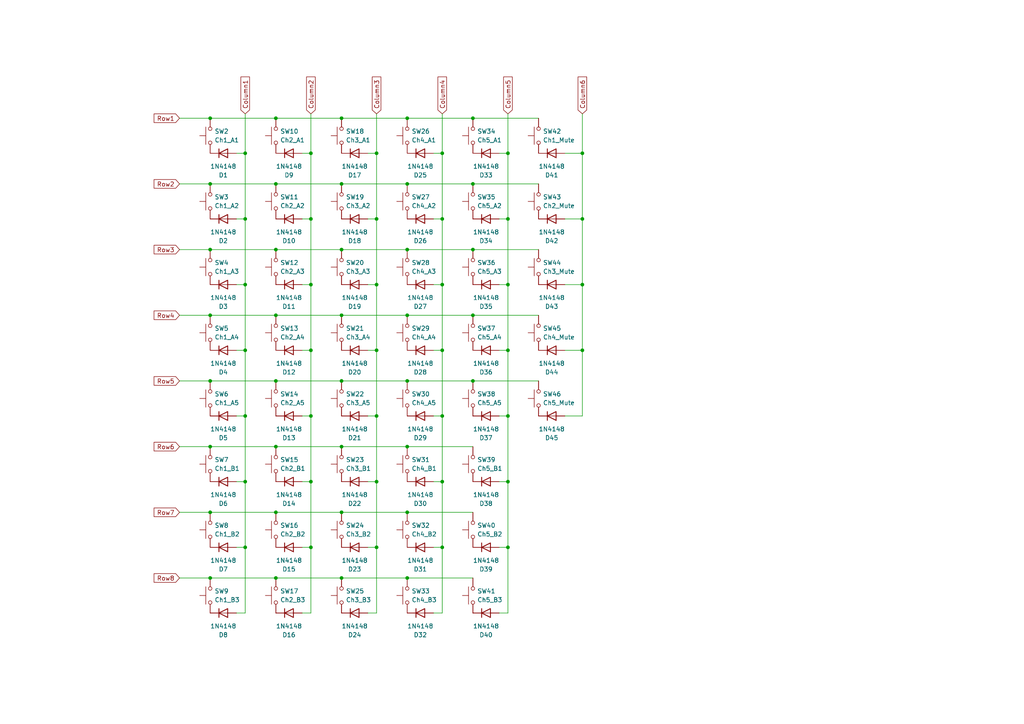
<source format=kicad_sch>
(kicad_sch (version 20231120) (generator "eeschema") (generator_version "8.0")
  (paper "A4")
  (lib_symbols
    (symbol "Diode:1N4148" (pin_numbers hide) (pin_names hide)
      (property "Reference" "D" (at 0 2.54 0))
      (property "Value" "1N4148" (at 0 -2.54 0))
      (symbol "1N4148_0_1"
        (polyline (pts (xy -1.27 1.27) (xy -1.27 -1.27)) (stroke (width 0.254)))
        (polyline (pts (xy 1.27 0) (xy -1.27 0)))
        (polyline (pts (xy 1.27 1.27) (xy 1.27 -1.27) (xy -1.27 0) (xy 1.27 1.27)) (stroke (width 0.254)))
      )
      (symbol "1N4148_1_1"
        (pin passive line (at -3.81 0 0) (length 2.54) (name "K") (number "1"))
        (pin passive line (at 3.81 0 180) (length 2.54) (name "A") (number "2"))
      )
    )
    (symbol "Switch:SW_Push" (pin_numbers hide) (pin_names (offset 1.016) hide)
      (property "Reference" "SW" (at 1.27 2.54 0))
      (property "Value" "SW_Push" (at 0 -1.524 0))
      (symbol "SW_Push_0_1"
        (circle (center -2.032 0) (radius 0.508))
        (polyline (pts (xy 0 1.27) (xy 0 3.048)))
        (polyline (pts (xy 2.54 1.27) (xy -2.54 1.27)))
        (circle (center 2.032 0) (radius 0.508))
        (pin passive line (at -5.08 0 0) (length 2.54) (name "1") (number "1"))
        (pin passive line (at 5.08 0 180) (length 2.54) (name "2") (number "2"))
      )
    )
  )
  (junction (at 118.11 72.39))
  (junction (at 128.27 158.75))
  (junction (at 90.17 139.7))
  (junction (at 109.22 44.45))
  (junction (at 118.11 91.44))
  (junction (at 128.27 120.65))
  (junction (at 109.22 120.65))
  (junction (at 147.32 158.75))
  (junction (at 90.17 120.65))
  (junction (at 99.06 148.59))
  (junction (at 60.96 34.29))
  (junction (at 147.32 120.65))
  (junction (at 71.12 139.7))
  (junction (at 137.16 34.29))
  (junction (at 118.11 110.49))
  (junction (at 71.12 158.75))
  (junction (at 60.96 148.59))
  (junction (at 128.27 82.55))
  (junction (at 90.17 82.55))
  (junction (at 80.01 129.54))
  (junction (at 60.96 72.39))
  (junction (at 90.17 63.5))
  (junction (at 118.11 148.59))
  (junction (at 137.16 72.39))
  (junction (at 60.96 167.64))
  (junction (at 99.06 167.64))
  (junction (at 90.17 44.45))
  (junction (at 168.91 82.55))
  (junction (at 128.27 139.7))
  (junction (at 99.06 53.34))
  (junction (at 71.12 101.6))
  (junction (at 118.11 129.54))
  (junction (at 60.96 129.54))
  (junction (at 90.17 101.6))
  (junction (at 71.12 44.45))
  (junction (at 80.01 53.34))
  (junction (at 147.32 63.5))
  (junction (at 80.01 91.44))
  (junction (at 99.06 129.54))
  (junction (at 128.27 44.45))
  (junction (at 147.32 101.6))
  (junction (at 71.12 120.65))
  (junction (at 90.17 158.75))
  (junction (at 147.32 139.7))
  (junction (at 60.96 110.49))
  (junction (at 118.11 53.34))
  (junction (at 71.12 63.5))
  (junction (at 109.22 82.55))
  (junction (at 60.96 91.44))
  (junction (at 99.06 34.29))
  (junction (at 147.32 44.45))
  (junction (at 99.06 72.39))
  (junction (at 99.06 91.44))
  (junction (at 99.06 110.49))
  (junction (at 80.01 148.59))
  (junction (at 118.11 34.29))
  (junction (at 168.91 44.45))
  (junction (at 137.16 53.34))
  (junction (at 109.22 158.75))
  (junction (at 80.01 167.64))
  (junction (at 80.01 34.29))
  (junction (at 168.91 101.6))
  (junction (at 137.16 110.49))
  (junction (at 137.16 91.44))
  (junction (at 71.12 82.55))
  (junction (at 118.11 167.64))
  (junction (at 109.22 101.6))
  (junction (at 80.01 110.49))
  (junction (at 128.27 101.6))
  (junction (at 109.22 63.5))
  (junction (at 128.27 63.5))
  (junction (at 60.96 53.34))
  (junction (at 80.01 72.39))
  (junction (at 168.91 63.5))
  (junction (at 109.22 139.7))
  (junction (at 147.32 82.55))
  (wire (pts (xy 52.07 110.49) (xy 60.96 110.49)))
  (wire (pts (xy 163.83 101.6) (xy 168.91 101.6)))
  (wire (pts (xy 163.83 63.5) (xy 168.91 63.5)))
  (wire (pts (xy 147.32 158.75) (xy 147.32 177.8)))
  (wire (pts (xy 106.68 63.5) (xy 109.22 63.5)))
  (wire (pts (xy 99.06 148.59) (xy 118.11 148.59)))
  (wire (pts (xy 52.07 148.59) (xy 60.96 148.59)))
  (wire (pts (xy 99.06 34.29) (xy 118.11 34.29)))
  (wire (pts (xy 106.68 101.6) (xy 109.22 101.6)))
  (wire (pts (xy 90.17 44.45) (xy 90.17 63.5)))
  (wire (pts (xy 87.63 139.7) (xy 90.17 139.7)))
  (wire (pts (xy 144.78 177.8) (xy 147.32 177.8)))
  (wire (pts (xy 168.91 63.5) (xy 168.91 82.55)))
  (wire (pts (xy 60.96 129.54) (xy 80.01 129.54)))
  (wire (pts (xy 137.16 72.39) (xy 156.21 72.39)))
  (wire (pts (xy 80.01 110.49) (xy 99.06 110.49)))
  (wire (pts (xy 71.12 158.75) (xy 71.12 177.8)))
  (wire (pts (xy 109.22 101.6) (xy 109.22 120.65)))
  (wire (pts (xy 87.63 44.45) (xy 90.17 44.45)))
  (wire (pts (xy 118.11 53.34) (xy 137.16 53.34)))
  (wire (pts (xy 128.27 63.5) (xy 128.27 82.55)))
  (wire (pts (xy 87.63 63.5) (xy 90.17 63.5)))
  (wire (pts (xy 80.01 129.54) (xy 99.06 129.54)))
  (wire (pts (xy 60.96 148.59) (xy 80.01 148.59)))
  (wire (pts (xy 137.16 53.34) (xy 156.21 53.34)))
  (wire (pts (xy 128.27 44.45) (xy 128.27 63.5)))
  (wire (pts (xy 144.78 158.75) (xy 147.32 158.75)))
  (wire (pts (xy 80.01 53.34) (xy 99.06 53.34)))
  (wire (pts (xy 99.06 167.64) (xy 118.11 167.64)))
  (wire (pts (xy 137.16 34.29) (xy 156.21 34.29)))
  (wire (pts (xy 71.12 101.6) (xy 71.12 120.65)))
  (wire (pts (xy 168.91 33.02) (xy 168.91 44.45)))
  (wire (pts (xy 52.07 72.39) (xy 60.96 72.39)))
  (wire (pts (xy 125.73 139.7) (xy 128.27 139.7)))
  (wire (pts (xy 52.07 53.34) (xy 60.96 53.34)))
  (wire (pts (xy 128.27 82.55) (xy 128.27 101.6)))
  (wire (pts (xy 109.22 82.55) (xy 109.22 101.6)))
  (wire (pts (xy 163.83 44.45) (xy 168.91 44.45)))
  (wire (pts (xy 60.96 34.29) (xy 80.01 34.29)))
  (wire (pts (xy 68.58 158.75) (xy 71.12 158.75)))
  (wire (pts (xy 147.32 139.7) (xy 147.32 158.75)))
  (wire (pts (xy 144.78 44.45) (xy 147.32 44.45)))
  (wire (pts (xy 60.96 91.44) (xy 80.01 91.44)))
  (wire (pts (xy 118.11 148.59) (xy 137.16 148.59)))
  (wire (pts (xy 71.12 82.55) (xy 71.12 101.6)))
  (wire (pts (xy 99.06 72.39) (xy 118.11 72.39)))
  (wire (pts (xy 71.12 63.5) (xy 71.12 82.55)))
  (wire (pts (xy 147.32 44.45) (xy 147.32 63.5)))
  (wire (pts (xy 52.07 91.44) (xy 60.96 91.44)))
  (wire (pts (xy 109.22 33.02) (xy 109.22 44.45)))
  (wire (pts (xy 144.78 63.5) (xy 147.32 63.5)))
  (wire (pts (xy 68.58 63.5) (xy 71.12 63.5)))
  (wire (pts (xy 128.27 158.75) (xy 128.27 177.8)))
  (wire (pts (xy 128.27 33.02) (xy 128.27 44.45)))
  (wire (pts (xy 99.06 129.54) (xy 118.11 129.54)))
  (wire (pts (xy 147.32 63.5) (xy 147.32 82.55)))
  (wire (pts (xy 68.58 177.8) (xy 71.12 177.8)))
  (wire (pts (xy 128.27 139.7) (xy 128.27 158.75)))
  (wire (pts (xy 137.16 110.49) (xy 156.21 110.49)))
  (wire (pts (xy 87.63 101.6) (xy 90.17 101.6)))
  (wire (pts (xy 60.96 167.64) (xy 80.01 167.64)))
  (wire (pts (xy 60.96 110.49) (xy 80.01 110.49)))
  (wire (pts (xy 87.63 120.65) (xy 90.17 120.65)))
  (wire (pts (xy 144.78 120.65) (xy 147.32 120.65)))
  (wire (pts (xy 52.07 167.64) (xy 60.96 167.64)))
  (wire (pts (xy 109.22 44.45) (xy 109.22 63.5)))
  (wire (pts (xy 90.17 101.6) (xy 90.17 120.65)))
  (wire (pts (xy 60.96 53.34) (xy 80.01 53.34)))
  (wire (pts (xy 90.17 33.02) (xy 90.17 44.45)))
  (wire (pts (xy 106.68 177.8) (xy 109.22 177.8)))
  (wire (pts (xy 144.78 139.7) (xy 147.32 139.7)))
  (wire (pts (xy 87.63 82.55) (xy 90.17 82.55)))
  (wire (pts (xy 128.27 101.6) (xy 128.27 120.65)))
  (wire (pts (xy 163.83 82.55) (xy 168.91 82.55)))
  (wire (pts (xy 80.01 148.59) (xy 99.06 148.59)))
  (wire (pts (xy 147.32 120.65) (xy 147.32 139.7)))
  (wire (pts (xy 147.32 101.6) (xy 147.32 120.65)))
  (wire (pts (xy 163.83 120.65) (xy 168.91 120.65)))
  (wire (pts (xy 90.17 158.75) (xy 90.17 177.8)))
  (wire (pts (xy 144.78 82.55) (xy 147.32 82.55)))
  (wire (pts (xy 68.58 82.55) (xy 71.12 82.55)))
  (wire (pts (xy 118.11 110.49) (xy 137.16 110.49)))
  (wire (pts (xy 71.12 44.45) (xy 71.12 63.5)))
  (wire (pts (xy 80.01 167.64) (xy 99.06 167.64)))
  (wire (pts (xy 106.68 139.7) (xy 109.22 139.7)))
  (wire (pts (xy 106.68 120.65) (xy 109.22 120.65)))
  (wire (pts (xy 71.12 33.02) (xy 71.12 44.45)))
  (wire (pts (xy 106.68 158.75) (xy 109.22 158.75)))
  (wire (pts (xy 147.32 82.55) (xy 147.32 101.6)))
  (wire (pts (xy 125.73 82.55) (xy 128.27 82.55)))
  (wire (pts (xy 125.73 158.75) (xy 128.27 158.75)))
  (wire (pts (xy 168.91 44.45) (xy 168.91 63.5)))
  (wire (pts (xy 168.91 82.55) (xy 168.91 101.6)))
  (wire (pts (xy 80.01 91.44) (xy 99.06 91.44)))
  (wire (pts (xy 52.07 34.29) (xy 60.96 34.29)))
  (wire (pts (xy 90.17 139.7) (xy 90.17 158.75)))
  (wire (pts (xy 125.73 63.5) (xy 128.27 63.5)))
  (wire (pts (xy 147.32 33.02) (xy 147.32 44.45)))
  (wire (pts (xy 125.73 177.8) (xy 128.27 177.8)))
  (wire (pts (xy 68.58 101.6) (xy 71.12 101.6)))
  (wire (pts (xy 128.27 120.65) (xy 128.27 139.7)))
  (wire (pts (xy 90.17 120.65) (xy 90.17 139.7)))
  (wire (pts (xy 137.16 91.44) (xy 156.21 91.44)))
  (wire (pts (xy 125.73 120.65) (xy 128.27 120.65)))
  (wire (pts (xy 118.11 129.54) (xy 137.16 129.54)))
  (wire (pts (xy 118.11 72.39) (xy 137.16 72.39)))
  (wire (pts (xy 118.11 167.64) (xy 137.16 167.64)))
  (wire (pts (xy 99.06 53.34) (xy 118.11 53.34)))
  (wire (pts (xy 118.11 91.44) (xy 137.16 91.44)))
  (wire (pts (xy 87.63 158.75) (xy 90.17 158.75)))
  (wire (pts (xy 52.07 129.54) (xy 60.96 129.54)))
  (wire (pts (xy 118.11 34.29) (xy 137.16 34.29)))
  (wire (pts (xy 106.68 82.55) (xy 109.22 82.55)))
  (wire (pts (xy 168.91 101.6) (xy 168.91 120.65)))
  (wire (pts (xy 68.58 44.45) (xy 71.12 44.45)))
  (wire (pts (xy 80.01 72.39) (xy 99.06 72.39)))
  (wire (pts (xy 71.12 120.65) (xy 71.12 139.7)))
  (wire (pts (xy 71.12 139.7) (xy 71.12 158.75)))
  (wire (pts (xy 109.22 139.7) (xy 109.22 158.75)))
  (wire (pts (xy 125.73 101.6) (xy 128.27 101.6)))
  (wire (pts (xy 68.58 120.65) (xy 71.12 120.65)))
  (wire (pts (xy 99.06 91.44) (xy 118.11 91.44)))
  (wire (pts (xy 106.68 44.45) (xy 109.22 44.45)))
  (wire (pts (xy 109.22 63.5) (xy 109.22 82.55)))
  (wire (pts (xy 99.06 110.49) (xy 118.11 110.49)))
  (wire (pts (xy 109.22 158.75) (xy 109.22 177.8)))
  (wire (pts (xy 87.63 177.8) (xy 90.17 177.8)))
  (wire (pts (xy 68.58 139.7) (xy 71.12 139.7)))
  (wire (pts (xy 125.73 44.45) (xy 128.27 44.45)))
  (wire (pts (xy 60.96 72.39) (xy 80.01 72.39)))
  (wire (pts (xy 90.17 63.5) (xy 90.17 82.55)))
  (wire (pts (xy 90.17 82.55) (xy 90.17 101.6)))
  (wire (pts (xy 80.01 34.29) (xy 99.06 34.29)))
  (wire (pts (xy 109.22 120.65) (xy 109.22 139.7)))
  (wire (pts (xy 144.78 101.6) (xy 147.32 101.6)))
  (global_label "Row8" (shape input) (at 52.07 167.64 180) (property "Intersheetrefs" "${INTERSHEET_REFS}" (effects (hide yes))))
  (global_label "Column6" (shape input) (at 168.91 33.02 90) (property "Intersheetrefs" "${INTERSHEET_REFS}" (effects (hide yes))))
  (global_label "Column3" (shape input) (at 109.22 33.02 90) (property "Intersheetrefs" "${INTERSHEET_REFS}" (effects (hide yes))))
  (global_label "Row6" (shape input) (at 52.07 129.54 180) (property "Intersheetrefs" "${INTERSHEET_REFS}" (effects (hide yes))))
  (global_label "Row7" (shape input) (at 52.07 148.59 180) (property "Intersheetrefs" "${INTERSHEET_REFS}" (effects (hide yes))))
  (global_label "Column4" (shape input) (at 128.27 33.02 90) (property "Intersheetrefs" "${INTERSHEET_REFS}" (effects (hide yes))))
  (global_label "Column5" (shape input) (at 147.32 33.02 90) (property "Intersheetrefs" "${INTERSHEET_REFS}" (effects (hide yes))))
  (global_label "Row4" (shape input) (at 52.07 91.44 180) (property "Intersheetrefs" "${INTERSHEET_REFS}" (effects (hide yes))))
  (global_label "Column2" (shape input) (at 90.17 33.02 90) (property "Intersheetrefs" "${INTERSHEET_REFS}" (effects (hide yes))))
  (global_label "Row1" (shape input) (at 52.07 34.29 180) (property "Intersheetrefs" "${INTERSHEET_REFS}" (effects (hide yes))))
  (global_label "Row5" (shape input) (at 52.07 110.49 180) (property "Intersheetrefs" "${INTERSHEET_REFS}" (effects (hide yes))))
  (global_label "Row2" (shape input) (at 52.07 53.34 180) (property "Intersheetrefs" "${INTERSHEET_REFS}" (effects (hide yes))))
  (global_label "Column1" (shape input) (at 71.12 33.02 90) (property "Intersheetrefs" "${INTERSHEET_REFS}" (effects (hide yes))))
  (global_label "Row3" (shape input) (at 52.07 72.39 180) (property "Intersheetrefs" "${INTERSHEET_REFS}" (effects (hide yes))))
  (symbol (lib_id "Diode:1N4148") (at 83.82 63.5 0) (mirror x) (unit 1)
    (property "Reference" "D10" (at 83.82 69.85 0))
    (property "Value" "1N4148" (at 83.82 67.31 0))
    (property "Footprint" "Diode_THT:D_DO-35_SOD27_P7.62mm_Horizontal" (effects (hide yes)))
    (property "Datasheet" "https://assets.nexperia.com/documents/data-sheet/1N4148_1N4448.pdf" (effects (hide yes)))
    (property "Description" "100V 0.15A standard switching diode, DO-35" (effects (hide yes)))
    (property "Sim.Device" "D" (effects (hide yes)))
    (property "Sim.Pins" "1=K 2=A" (effects (hide yes)))
  )
  (symbol (lib_id "Switch:SW_Push") (at 118.11 153.67 90) (unit 1)
    (property "Reference" "SW32" (at 119.38 152.3999 90) (effects (justify right)))
    (property "Value" "Ch4_B2" (at 119.38 154.9399 90) (effects (justify right)))
    (property "Footprint" "ControlMixer:SW_Push_1P1T_NO_6x6mm" (effects (hide yes)))
    (property "Description" "Push button switch, generic, two pins" (effects (hide yes)))
  )
  (symbol (lib_id "Switch:SW_Push") (at 118.11 172.72 90) (unit 1)
    (property "Reference" "SW33" (at 119.38 171.4499 90) (effects (justify right)))
    (property "Value" "Ch4_B3" (at 119.38 173.9899 90) (effects (justify right)))
    (property "Footprint" "ControlMixer:SW_Push_1P1T_NO_6x6mm" (effects (hide yes)))
    (property "Description" "Push button switch, generic, two pins" (effects (hide yes)))
  )
  (symbol (lib_id "Switch:SW_Push") (at 118.11 39.37 90) (unit 1)
    (property "Reference" "SW26" (at 119.38 38.0999 90) (effects (justify right)))
    (property "Value" "Ch4_A1" (at 119.38 40.6399 90) (effects (justify right)))
    (property "Footprint" "ControlMixer:SW_Push_1P1T_NO_6x6mm" (effects (hide yes)))
    (property "Description" "Push button switch, generic, two pins" (effects (hide yes)))
  )
  (symbol (lib_id "Diode:1N4148") (at 83.82 101.6 0) (mirror x) (unit 1)
    (property "Reference" "D12" (at 83.82 107.95 0))
    (property "Value" "1N4148" (at 83.82 105.41 0))
    (property "Footprint" "Diode_THT:D_DO-35_SOD27_P7.62mm_Horizontal" (effects (hide yes)))
    (property "Datasheet" "https://assets.nexperia.com/documents/data-sheet/1N4148_1N4448.pdf" (effects (hide yes)))
    (property "Description" "100V 0.15A standard switching diode, DO-35" (effects (hide yes)))
    (property "Sim.Device" "D" (effects (hide yes)))
    (property "Sim.Pins" "1=K 2=A" (effects (hide yes)))
  )
  (symbol (lib_id "Switch:SW_Push") (at 80.01 115.57 90) (unit 1)
    (property "Reference" "SW14" (at 81.28 114.2999 90) (effects (justify right)))
    (property "Value" "Ch2_A5" (at 81.28 116.8399 90) (effects (justify right)))
    (property "Footprint" "ControlMixer:SW_Push_1P1T_NO_6x6mm" (effects (hide yes)))
    (property "Description" "Push button switch, generic, two pins" (effects (hide yes)))
  )
  (symbol (lib_id "Diode:1N4148") (at 121.92 139.7 0) (mirror x) (unit 1)
    (property "Reference" "D30" (at 121.92 146.05 0))
    (property "Value" "1N4148" (at 121.92 143.51 0))
    (property "Footprint" "Diode_THT:D_DO-35_SOD27_P7.62mm_Horizontal" (effects (hide yes)))
    (property "Datasheet" "https://assets.nexperia.com/documents/data-sheet/1N4148_1N4448.pdf" (effects (hide yes)))
    (property "Description" "100V 0.15A standard switching diode, DO-35" (effects (hide yes)))
    (property "Sim.Device" "D" (effects (hide yes)))
    (property "Sim.Pins" "1=K 2=A" (effects (hide yes)))
  )
  (symbol (lib_id "Diode:1N4148") (at 140.97 44.45 0) (mirror x) (unit 1)
    (property "Reference" "D33" (at 140.97 50.8 0))
    (property "Value" "1N4148" (at 140.97 48.26 0))
    (property "Footprint" "Diode_THT:D_DO-35_SOD27_P7.62mm_Horizontal" (effects (hide yes)))
    (property "Datasheet" "https://assets.nexperia.com/documents/data-sheet/1N4148_1N4448.pdf" (effects (hide yes)))
    (property "Description" "100V 0.15A standard switching diode, DO-35" (effects (hide yes)))
    (property "Sim.Device" "D" (effects (hide yes)))
    (property "Sim.Pins" "1=K 2=A" (effects (hide yes)))
  )
  (symbol (lib_id "Switch:SW_Push") (at 137.16 58.42 90) (unit 1)
    (property "Reference" "SW35" (at 138.43 57.1499 90) (effects (justify right)))
    (property "Value" "Ch5_A2" (at 138.43 59.6899 90) (effects (justify right)))
    (property "Footprint" "ControlMixer:SW_Push_1P1T_NO_6x6mm" (effects (hide yes)))
    (property "Description" "Push button switch, generic, two pins" (effects (hide yes)))
  )
  (symbol (lib_id "Diode:1N4148") (at 64.77 101.6 0) (mirror x) (unit 1)
    (property "Reference" "D4" (at 64.77 107.95 0))
    (property "Value" "1N4148" (at 64.77 105.41 0))
    (property "Footprint" "Diode_THT:D_DO-35_SOD27_P7.62mm_Horizontal" (effects (hide yes)))
    (property "Datasheet" "https://assets.nexperia.com/documents/data-sheet/1N4148_1N4448.pdf" (effects (hide yes)))
    (property "Description" "100V 0.15A standard switching diode, DO-35" (effects (hide yes)))
    (property "Sim.Device" "D" (effects (hide yes)))
    (property "Sim.Pins" "1=K 2=A" (effects (hide yes)))
  )
  (symbol (lib_id "Diode:1N4148") (at 64.77 177.8 0) (mirror x) (unit 1)
    (property "Reference" "D8" (at 64.77 184.15 0))
    (property "Value" "1N4148" (at 64.77 181.61 0))
    (property "Footprint" "Diode_THT:D_DO-35_SOD27_P7.62mm_Horizontal" (effects (hide yes)))
    (property "Datasheet" "https://assets.nexperia.com/documents/data-sheet/1N4148_1N4448.pdf" (effects (hide yes)))
    (property "Description" "100V 0.15A standard switching diode, DO-35" (effects (hide yes)))
    (property "Sim.Device" "D" (effects (hide yes)))
    (property "Sim.Pins" "1=K 2=A" (effects (hide yes)))
  )
  (symbol (lib_id "Switch:SW_Push") (at 60.96 134.62 90) (unit 1)
    (property "Reference" "SW7" (at 62.23 133.3499 90) (effects (justify right)))
    (property "Value" "Ch1_B1" (at 62.23 135.8899 90) (effects (justify right)))
    (property "Footprint" "ControlMixer:SW_Push_1P1T_NO_6x6mm" (effects (hide yes)))
    (property "Description" "Push button switch, generic, two pins" (effects (hide yes)))
  )
  (symbol (lib_id "Diode:1N4148") (at 83.82 177.8 0) (mirror x) (unit 1)
    (property "Reference" "D16" (at 83.82 184.15 0))
    (property "Value" "1N4148" (at 83.82 181.61 0))
    (property "Footprint" "Diode_THT:D_DO-35_SOD27_P7.62mm_Horizontal" (effects (hide yes)))
    (property "Datasheet" "https://assets.nexperia.com/documents/data-sheet/1N4148_1N4448.pdf" (effects (hide yes)))
    (property "Description" "100V 0.15A standard switching diode, DO-35" (effects (hide yes)))
    (property "Sim.Device" "D" (effects (hide yes)))
    (property "Sim.Pins" "1=K 2=A" (effects (hide yes)))
  )
  (symbol (lib_id "Diode:1N4148") (at 140.97 82.55 0) (mirror x) (unit 1)
    (property "Reference" "D35" (at 140.97 88.9 0))
    (property "Value" "1N4148" (at 140.97 86.36 0))
    (property "Footprint" "Diode_THT:D_DO-35_SOD27_P7.62mm_Horizontal" (effects (hide yes)))
    (property "Datasheet" "https://assets.nexperia.com/documents/data-sheet/1N4148_1N4448.pdf" (effects (hide yes)))
    (property "Description" "100V 0.15A standard switching diode, DO-35" (effects (hide yes)))
    (property "Sim.Device" "D" (effects (hide yes)))
    (property "Sim.Pins" "1=K 2=A" (effects (hide yes)))
  )
  (symbol (lib_id "Diode:1N4148") (at 121.92 101.6 0) (mirror x) (unit 1)
    (property "Reference" "D28" (at 121.92 107.95 0))
    (property "Value" "1N4148" (at 121.92 105.41 0))
    (property "Footprint" "Diode_THT:D_DO-35_SOD27_P7.62mm_Horizontal" (effects (hide yes)))
    (property "Datasheet" "https://assets.nexperia.com/documents/data-sheet/1N4148_1N4448.pdf" (effects (hide yes)))
    (property "Description" "100V 0.15A standard switching diode, DO-35" (effects (hide yes)))
    (property "Sim.Device" "D" (effects (hide yes)))
    (property "Sim.Pins" "1=K 2=A" (effects (hide yes)))
  )
  (symbol (lib_id "Diode:1N4148") (at 140.97 120.65 0) (mirror x) (unit 1)
    (property "Reference" "D37" (at 140.97 127 0))
    (property "Value" "1N4148" (at 140.97 124.46 0))
    (property "Footprint" "Diode_THT:D_DO-35_SOD27_P7.62mm_Horizontal" (effects (hide yes)))
    (property "Datasheet" "https://assets.nexperia.com/documents/data-sheet/1N4148_1N4448.pdf" (effects (hide yes)))
    (property "Description" "100V 0.15A standard switching diode, DO-35" (effects (hide yes)))
    (property "Sim.Device" "D" (effects (hide yes)))
    (property "Sim.Pins" "1=K 2=A" (effects (hide yes)))
  )
  (symbol (lib_id "Switch:SW_Push") (at 60.96 39.37 90) (unit 1)
    (property "Reference" "SW2" (at 62.23 38.0999 90) (effects (justify right)))
    (property "Value" "Ch1_A1" (at 62.23 40.6399 90) (effects (justify right)))
    (property "Footprint" "ControlMixer:SW_Push_1P1T_NO_6x6mm" (effects (hide yes)))
    (property "Description" "Push button switch, generic, two pins" (effects (hide yes)))
  )
  (symbol (lib_id "Switch:SW_Push") (at 137.16 39.37 90) (unit 1)
    (property "Reference" "SW34" (at 138.43 38.0999 90) (effects (justify right)))
    (property "Value" "Ch5_A1" (at 138.43 40.6399 90) (effects (justify right)))
    (property "Footprint" "ControlMixer:SW_Push_1P1T_NO_6x6mm" (effects (hide yes)))
    (property "Description" "Push button switch, generic, two pins" (effects (hide yes)))
  )
  (symbol (lib_id "Switch:SW_Push") (at 60.96 115.57 90) (unit 1)
    (property "Reference" "SW6" (at 62.23 114.2999 90) (effects (justify right)))
    (property "Value" "Ch1_A5" (at 62.23 116.8399 90) (effects (justify right)))
    (property "Footprint" "ControlMixer:SW_Push_1P1T_NO_6x6mm" (effects (hide yes)))
    (property "Description" "Push button switch, generic, two pins" (effects (hide yes)))
  )
  (symbol (lib_id "Switch:SW_Push") (at 137.16 115.57 90) (unit 1)
    (property "Reference" "SW38" (at 138.43 114.2999 90) (effects (justify right)))
    (property "Value" "Ch5_A5" (at 138.43 116.8399 90) (effects (justify right)))
    (property "Footprint" "ControlMixer:SW_Push_1P1T_NO_6x6mm" (effects (hide yes)))
    (property "Description" "Push button switch, generic, two pins" (effects (hide yes)))
  )
  (symbol (lib_id "Diode:1N4148") (at 64.77 44.45 0) (mirror x) (unit 1)
    (property "Reference" "D1" (at 64.77 50.8 0))
    (property "Value" "1N4148" (at 64.77 48.26 0))
    (property "Footprint" "Diode_THT:D_DO-35_SOD27_P7.62mm_Horizontal" (effects (hide yes)))
    (property "Datasheet" "https://assets.nexperia.com/documents/data-sheet/1N4148_1N4448.pdf" (effects (hide yes)))
    (property "Description" "100V 0.15A standard switching diode, DO-35" (effects (hide yes)))
    (property "Sim.Device" "D" (effects (hide yes)))
    (property "Sim.Pins" "1=K 2=A" (effects (hide yes)))
  )
  (symbol (lib_id "Switch:SW_Push") (at 80.01 39.37 90) (unit 1)
    (property "Reference" "SW10" (at 81.28 38.0999 90) (effects (justify right)))
    (property "Value" "Ch2_A1" (at 81.28 40.6399 90) (effects (justify right)))
    (property "Footprint" "ControlMixer:SW_Push_1P1T_NO_6x6mm" (effects (hide yes)))
    (property "Description" "Push button switch, generic, two pins" (effects (hide yes)))
  )
  (symbol (lib_id "Diode:1N4148") (at 160.02 82.55 0) (mirror x) (unit 1)
    (property "Reference" "D43" (at 160.02 88.9 0))
    (property "Value" "1N4148" (at 160.02 86.36 0))
    (property "Footprint" "Diode_THT:D_DO-35_SOD27_P7.62mm_Horizontal" (effects (hide yes)))
    (property "Datasheet" "https://assets.nexperia.com/documents/data-sheet/1N4148_1N4448.pdf" (effects (hide yes)))
    (property "Description" "100V 0.15A standard switching diode, DO-35" (effects (hide yes)))
    (property "Sim.Device" "D" (effects (hide yes)))
    (property "Sim.Pins" "1=K 2=A" (effects (hide yes)))
  )
  (symbol (lib_id "Switch:SW_Push") (at 80.01 172.72 90) (unit 1)
    (property "Reference" "SW17" (at 81.28 171.4499 90) (effects (justify right)))
    (property "Value" "Ch2_B3" (at 81.28 173.9899 90) (effects (justify right)))
    (property "Footprint" "ControlMixer:SW_Push_1P1T_NO_6x6mm" (effects (hide yes)))
    (property "Description" "Push button switch, generic, two pins" (effects (hide yes)))
  )
  (symbol (lib_id "Switch:SW_Push") (at 80.01 58.42 90) (unit 1)
    (property "Reference" "SW11" (at 81.28 57.1499 90) (effects (justify right)))
    (property "Value" "Ch2_A2" (at 81.28 59.6899 90) (effects (justify right)))
    (property "Footprint" "ControlMixer:SW_Push_1P1T_NO_6x6mm" (effects (hide yes)))
    (property "Description" "Push button switch, generic, two pins" (effects (hide yes)))
  )
  (symbol (lib_id "Diode:1N4148") (at 121.92 177.8 0) (mirror x) (unit 1)
    (property "Reference" "D32" (at 121.92 184.15 0))
    (property "Value" "1N4148" (at 121.92 181.61 0))
    (property "Footprint" "Diode_THT:D_DO-35_SOD27_P7.62mm_Horizontal" (effects (hide yes)))
    (property "Datasheet" "https://assets.nexperia.com/documents/data-sheet/1N4148_1N4448.pdf" (effects (hide yes)))
    (property "Description" "100V 0.15A standard switching diode, DO-35" (effects (hide yes)))
    (property "Sim.Device" "D" (effects (hide yes)))
    (property "Sim.Pins" "1=K 2=A" (effects (hide yes)))
  )
  (symbol (lib_id "Diode:1N4148") (at 140.97 101.6 0) (mirror x) (unit 1)
    (property "Reference" "D36" (at 140.97 107.95 0))
    (property "Value" "1N4148" (at 140.97 105.41 0))
    (property "Footprint" "Diode_THT:D_DO-35_SOD27_P7.62mm_Horizontal" (effects (hide yes)))
    (property "Datasheet" "https://assets.nexperia.com/documents/data-sheet/1N4148_1N4448.pdf" (effects (hide yes)))
    (property "Description" "100V 0.15A standard switching diode, DO-35" (effects (hide yes)))
    (property "Sim.Device" "D" (effects (hide yes)))
    (property "Sim.Pins" "1=K 2=A" (effects (hide yes)))
  )
  (symbol (lib_id "Diode:1N4148") (at 102.87 158.75 0) (mirror x) (unit 1)
    (property "Reference" "D23" (at 102.87 165.1 0))
    (property "Value" "1N4148" (at 102.87 162.56 0))
    (property "Footprint" "Diode_THT:D_DO-35_SOD27_P7.62mm_Horizontal" (effects (hide yes)))
    (property "Datasheet" "https://assets.nexperia.com/documents/data-sheet/1N4148_1N4448.pdf" (effects (hide yes)))
    (property "Description" "100V 0.15A standard switching diode, DO-35" (effects (hide yes)))
    (property "Sim.Device" "D" (effects (hide yes)))
    (property "Sim.Pins" "1=K 2=A" (effects (hide yes)))
  )
  (symbol (lib_id "Switch:SW_Push") (at 137.16 134.62 90) (unit 1)
    (property "Reference" "SW39" (at 138.43 133.3499 90) (effects (justify right)))
    (property "Value" "Ch5_B1" (at 138.43 135.8899 90) (effects (justify right)))
    (property "Footprint" "ControlMixer:SW_Push_1P1T_NO_6x6mm" (effects (hide yes)))
    (property "Description" "Push button switch, generic, two pins" (effects (hide yes)))
  )
  (symbol (lib_id "Switch:SW_Push") (at 137.16 172.72 90) (unit 1)
    (property "Reference" "SW41" (at 138.43 171.4499 90) (effects (justify right)))
    (property "Value" "Ch5_B3" (at 138.43 173.9899 90) (effects (justify right)))
    (property "Footprint" "ControlMixer:SW_Push_1P1T_NO_6x6mm" (effects (hide yes)))
    (property "Description" "Push button switch, generic, two pins" (effects (hide yes)))
  )
  (symbol (lib_id "Diode:1N4148") (at 102.87 139.7 0) (mirror x) (unit 1)
    (property "Reference" "D22" (at 102.87 146.05 0))
    (property "Value" "1N4148" (at 102.87 143.51 0))
    (property "Footprint" "Diode_THT:D_DO-35_SOD27_P7.62mm_Horizontal" (effects (hide yes)))
    (property "Datasheet" "https://assets.nexperia.com/documents/data-sheet/1N4148_1N4448.pdf" (effects (hide yes)))
    (property "Description" "100V 0.15A standard switching diode, DO-35" (effects (hide yes)))
    (property "Sim.Device" "D" (effects (hide yes)))
    (property "Sim.Pins" "1=K 2=A" (effects (hide yes)))
  )
  (symbol (lib_id "Diode:1N4148") (at 64.77 139.7 0) (mirror x) (unit 1)
    (property "Reference" "D6" (at 64.77 146.05 0))
    (property "Value" "1N4148" (at 64.77 143.51 0))
    (property "Footprint" "Diode_THT:D_DO-35_SOD27_P7.62mm_Horizontal" (effects (hide yes)))
    (property "Datasheet" "https://assets.nexperia.com/documents/data-sheet/1N4148_1N4448.pdf" (effects (hide yes)))
    (property "Description" "100V 0.15A standard switching diode, DO-35" (effects (hide yes)))
    (property "Sim.Device" "D" (effects (hide yes)))
    (property "Sim.Pins" "1=K 2=A" (effects (hide yes)))
  )
  (symbol (lib_id "Switch:SW_Push") (at 137.16 77.47 90) (unit 1)
    (property "Reference" "SW36" (at 138.43 76.1999 90) (effects (justify right)))
    (property "Value" "Ch5_A3" (at 138.43 78.7399 90) (effects (justify right)))
    (property "Footprint" "ControlMixer:SW_Push_1P1T_NO_6x6mm" (effects (hide yes)))
    (property "Description" "Push button switch, generic, two pins" (effects (hide yes)))
  )
  (symbol (lib_id "Switch:SW_Push") (at 118.11 58.42 90) (unit 1)
    (property "Reference" "SW27" (at 119.38 57.1499 90) (effects (justify right)))
    (property "Value" "Ch4_A2" (at 119.38 59.6899 90) (effects (justify right)))
    (property "Footprint" "ControlMixer:SW_Push_1P1T_NO_6x6mm" (effects (hide yes)))
    (property "Description" "Push button switch, generic, two pins" (effects (hide yes)))
  )
  (symbol (lib_id "Diode:1N4148") (at 64.77 158.75 0) (mirror x) (unit 1)
    (property "Reference" "D7" (at 64.77 165.1 0))
    (property "Value" "1N4148" (at 64.77 162.56 0))
    (property "Footprint" "Diode_THT:D_DO-35_SOD27_P7.62mm_Horizontal" (effects (hide yes)))
    (property "Datasheet" "https://assets.nexperia.com/documents/data-sheet/1N4148_1N4448.pdf" (effects (hide yes)))
    (property "Description" "100V 0.15A standard switching diode, DO-35" (effects (hide yes)))
    (property "Sim.Device" "D" (effects (hide yes)))
    (property "Sim.Pins" "1=K 2=A" (effects (hide yes)))
  )
  (symbol (lib_id "Switch:SW_Push") (at 99.06 153.67 90) (unit 1)
    (property "Reference" "SW24" (at 100.33 152.3999 90) (effects (justify right)))
    (property "Value" "Ch3_B2" (at 100.33 154.9399 90) (effects (justify right)))
    (property "Footprint" "ControlMixer:SW_Push_1P1T_NO_6x6mm" (effects (hide yes)))
    (property "Description" "Push button switch, generic, two pins" (effects (hide yes)))
  )
  (symbol (lib_id "Switch:SW_Push") (at 60.96 58.42 90) (unit 1)
    (property "Reference" "SW3" (at 62.23 57.1499 90) (effects (justify right)))
    (property "Value" "Ch1_A2" (at 62.23 59.6899 90) (effects (justify right)))
    (property "Footprint" "ControlMixer:SW_Push_1P1T_NO_6x6mm" (effects (hide yes)))
    (property "Description" "Push button switch, generic, two pins" (effects (hide yes)))
  )
  (symbol (lib_id "Diode:1N4148") (at 121.92 63.5 0) (mirror x) (unit 1)
    (property "Reference" "D26" (at 121.92 69.85 0))
    (property "Value" "1N4148" (at 121.92 67.31 0))
    (property "Footprint" "Diode_THT:D_DO-35_SOD27_P7.62mm_Horizontal" (effects (hide yes)))
    (property "Datasheet" "https://assets.nexperia.com/documents/data-sheet/1N4148_1N4448.pdf" (effects (hide yes)))
    (property "Description" "100V 0.15A standard switching diode, DO-35" (effects (hide yes)))
    (property "Sim.Device" "D" (effects (hide yes)))
    (property "Sim.Pins" "1=K 2=A" (effects (hide yes)))
  )
  (symbol (lib_id "Switch:SW_Push") (at 118.11 77.47 90) (unit 1)
    (property "Reference" "SW28" (at 119.38 76.1999 90) (effects (justify right)))
    (property "Value" "Ch4_A3" (at 119.38 78.7399 90) (effects (justify right)))
    (property "Footprint" "ControlMixer:SW_Push_1P1T_NO_6x6mm" (effects (hide yes)))
    (property "Description" "Push button switch, generic, two pins" (effects (hide yes)))
  )
  (symbol (lib_id "Switch:SW_Push") (at 156.21 58.42 90) (unit 1)
    (property "Reference" "SW43" (at 157.48 57.1499 90) (effects (justify right)))
    (property "Value" "Ch2_Mute" (at 157.48 59.6899 90) (effects (justify right)))
    (property "Footprint" "ControlMixer:SW_Push_1P1T_NO_6x6mm" (effects (hide yes)))
    (property "Description" "Push button switch, generic, two pins" (effects (hide yes)))
  )
  (symbol (lib_id "Switch:SW_Push") (at 80.01 153.67 90) (unit 1)
    (property "Reference" "SW16" (at 81.28 152.3999 90) (effects (justify right)))
    (property "Value" "Ch2_B2" (at 81.28 154.9399 90) (effects (justify right)))
    (property "Footprint" "ControlMixer:SW_Push_1P1T_NO_6x6mm" (effects (hide yes)))
    (property "Description" "Push button switch, generic, two pins" (effects (hide yes)))
  )
  (symbol (lib_id "Switch:SW_Push") (at 156.21 96.52 90) (unit 1)
    (property "Reference" "SW45" (at 157.48 95.2499 90) (effects (justify right)))
    (property "Value" "Ch4_Mute" (at 157.48 97.7899 90) (effects (justify right)))
    (property "Footprint" "ControlMixer:SW_Push_1P1T_NO_6x6mm" (effects (hide yes)))
    (property "Description" "Push button switch, generic, two pins" (effects (hide yes)))
  )
  (symbol (lib_id "Diode:1N4148") (at 83.82 139.7 0) (mirror x) (unit 1)
    (property "Reference" "D14" (at 83.82 146.05 0))
    (property "Value" "1N4148" (at 83.82 143.51 0))
    (property "Footprint" "Diode_THT:D_DO-35_SOD27_P7.62mm_Horizontal" (effects (hide yes)))
    (property "Datasheet" "https://assets.nexperia.com/documents/data-sheet/1N4148_1N4448.pdf" (effects (hide yes)))
    (property "Description" "100V 0.15A standard switching diode, DO-35" (effects (hide yes)))
    (property "Sim.Device" "D" (effects (hide yes)))
    (property "Sim.Pins" "1=K 2=A" (effects (hide yes)))
  )
  (symbol (lib_id "Diode:1N4148") (at 83.82 120.65 0) (mirror x) (unit 1)
    (property "Reference" "D13" (at 83.82 127 0))
    (property "Value" "1N4148" (at 83.82 124.46 0))
    (property "Footprint" "Diode_THT:D_DO-35_SOD27_P7.62mm_Horizontal" (effects (hide yes)))
    (property "Datasheet" "https://assets.nexperia.com/documents/data-sheet/1N4148_1N4448.pdf" (effects (hide yes)))
    (property "Description" "100V 0.15A standard switching diode, DO-35" (effects (hide yes)))
    (property "Sim.Device" "D" (effects (hide yes)))
    (property "Sim.Pins" "1=K 2=A" (effects (hide yes)))
  )
  (symbol (lib_id "Switch:SW_Push") (at 99.06 77.47 90) (unit 1)
    (property "Reference" "SW20" (at 100.33 76.1999 90) (effects (justify right)))
    (property "Value" "Ch3_A3" (at 100.33 78.7399 90) (effects (justify right)))
    (property "Footprint" "ControlMixer:SW_Push_1P1T_NO_6x6mm" (effects (hide yes)))
    (property "Description" "Push button switch, generic, two pins" (effects (hide yes)))
  )
  (symbol (lib_id "Switch:SW_Push") (at 118.11 115.57 90) (unit 1)
    (property "Reference" "SW30" (at 119.38 114.2999 90) (effects (justify right)))
    (property "Value" "Ch4_A5" (at 119.38 116.8399 90) (effects (justify right)))
    (property "Footprint" "ControlMixer:SW_Push_1P1T_NO_6x6mm" (effects (hide yes)))
    (property "Description" "Push button switch, generic, two pins" (effects (hide yes)))
  )
  (symbol (lib_id "Switch:SW_Push") (at 137.16 153.67 90) (unit 1)
    (property "Reference" "SW40" (at 138.43 152.3999 90) (effects (justify right)))
    (property "Value" "Ch5_B2" (at 138.43 154.9399 90) (effects (justify right)))
    (property "Footprint" "ControlMixer:SW_Push_1P1T_NO_6x6mm" (effects (hide yes)))
    (property "Description" "Push button switch, generic, two pins" (effects (hide yes)))
  )
  (symbol (lib_id "Diode:1N4148") (at 102.87 63.5 0) (mirror x) (unit 1)
    (property "Reference" "D18" (at 102.87 69.85 0))
    (property "Value" "1N4148" (at 102.87 67.31 0))
    (property "Footprint" "Diode_THT:D_DO-35_SOD27_P7.62mm_Horizontal" (effects (hide yes)))
    (property "Datasheet" "https://assets.nexperia.com/documents/data-sheet/1N4148_1N4448.pdf" (effects (hide yes)))
    (property "Description" "100V 0.15A standard switching diode, DO-35" (effects (hide yes)))
    (property "Sim.Device" "D" (effects (hide yes)))
    (property "Sim.Pins" "1=K 2=A" (effects (hide yes)))
  )
  (symbol (lib_id "Switch:SW_Push") (at 60.96 96.52 90) (unit 1)
    (property "Reference" "SW5" (at 62.23 95.2499 90) (effects (justify right)))
    (property "Value" "Ch1_A4" (at 62.23 97.7899 90) (effects (justify right)))
    (property "Footprint" "ControlMixer:SW_Push_1P1T_NO_6x6mm" (effects (hide yes)))
    (property "Description" "Push button switch, generic, two pins" (effects (hide yes)))
  )
  (symbol (lib_id "Switch:SW_Push") (at 99.06 115.57 90) (unit 1)
    (property "Reference" "SW22" (at 100.33 114.2999 90) (effects (justify right)))
    (property "Value" "Ch3_A5" (at 100.33 116.8399 90) (effects (justify right)))
    (property "Footprint" "ControlMixer:SW_Push_1P1T_NO_6x6mm" (effects (hide yes)))
    (property "Description" "Push button switch, generic, two pins" (effects (hide yes)))
  )
  (symbol (lib_id "Switch:SW_Push") (at 118.11 134.62 90) (unit 1)
    (property "Reference" "SW31" (at 119.38 133.3499 90) (effects (justify right)))
    (property "Value" "Ch4_B1" (at 119.38 135.8899 90) (effects (justify right)))
    (property "Footprint" "ControlMixer:SW_Push_1P1T_NO_6x6mm" (effects (hide yes)))
    (property "Description" "Push button switch, generic, two pins" (effects (hide yes)))
  )
  (symbol (lib_id "Switch:SW_Push") (at 156.21 77.47 90) (unit 1)
    (property "Reference" "SW44" (at 157.48 76.1999 90) (effects (justify right)))
    (property "Value" "Ch3_Mute" (at 157.48 78.7399 90) (effects (justify right)))
    (property "Footprint" "ControlMixer:SW_Push_1P1T_NO_6x6mm" (effects (hide yes)))
    (property "Description" "Push button switch, generic, two pins" (effects (hide yes)))
  )
  (symbol (lib_id "Diode:1N4148") (at 64.77 82.55 0) (mirror x) (unit 1)
    (property "Reference" "D3" (at 64.77 88.9 0))
    (property "Value" "1N4148" (at 64.77 86.36 0))
    (property "Footprint" "Diode_THT:D_DO-35_SOD27_P7.62mm_Horizontal" (effects (hide yes)))
    (property "Datasheet" "https://assets.nexperia.com/documents/data-sheet/1N4148_1N4448.pdf" (effects (hide yes)))
    (property "Description" "100V 0.15A standard switching diode, DO-35" (effects (hide yes)))
    (property "Sim.Device" "D" (effects (hide yes)))
    (property "Sim.Pins" "1=K 2=A" (effects (hide yes)))
  )
  (symbol (lib_id "Diode:1N4148") (at 121.92 158.75 0) (mirror x) (unit 1)
    (property "Reference" "D31" (at 121.92 165.1 0))
    (property "Value" "1N4148" (at 121.92 162.56 0))
    (property "Footprint" "Diode_THT:D_DO-35_SOD27_P7.62mm_Horizontal" (effects (hide yes)))
    (property "Datasheet" "https://assets.nexperia.com/documents/data-sheet/1N4148_1N4448.pdf" (effects (hide yes)))
    (property "Description" "100V 0.15A standard switching diode, DO-35" (effects (hide yes)))
    (property "Sim.Device" "D" (effects (hide yes)))
    (property "Sim.Pins" "1=K 2=A" (effects (hide yes)))
  )
  (symbol (lib_id "Diode:1N4148") (at 102.87 82.55 0) (mirror x) (unit 1)
    (property "Reference" "D19" (at 102.87 88.9 0))
    (property "Value" "1N4148" (at 102.87 86.36 0))
    (property "Footprint" "Diode_THT:D_DO-35_SOD27_P7.62mm_Horizontal" (effects (hide yes)))
    (property "Datasheet" "https://assets.nexperia.com/documents/data-sheet/1N4148_1N4448.pdf" (effects (hide yes)))
    (property "Description" "100V 0.15A standard switching diode, DO-35" (effects (hide yes)))
    (property "Sim.Device" "D" (effects (hide yes)))
    (property "Sim.Pins" "1=K 2=A" (effects (hide yes)))
  )
  (symbol (lib_id "Switch:SW_Push") (at 156.21 39.37 90) (unit 1)
    (property "Reference" "SW42" (at 157.48 38.0999 90) (effects (justify right)))
    (property "Value" "Ch1_Mute" (at 157.48 40.6399 90) (effects (justify right)))
    (property "Footprint" "ControlMixer:SW_Push_1P1T_NO_6x6mm" (effects (hide yes)))
    (property "Description" "Push button switch, generic, two pins" (effects (hide yes)))
  )
  (symbol (lib_id "Diode:1N4148") (at 83.82 44.45 0) (mirror x) (unit 1)
    (property "Reference" "D9" (at 83.82 50.8 0))
    (property "Value" "1N4148" (at 83.82 48.26 0))
    (property "Footprint" "Diode_THT:D_DO-35_SOD27_P7.62mm_Horizontal" (effects (hide yes)))
    (property "Datasheet" "https://assets.nexperia.com/documents/data-sheet/1N4148_1N4448.pdf" (effects (hide yes)))
    (property "Description" "100V 0.15A standard switching diode, DO-35" (effects (hide yes)))
    (property "Sim.Device" "D" (effects (hide yes)))
    (property "Sim.Pins" "1=K 2=A" (effects (hide yes)))
  )
  (symbol (lib_id "Diode:1N4148") (at 102.87 120.65 0) (mirror x) (unit 1)
    (property "Reference" "D21" (at 102.87 127 0))
    (property "Value" "1N4148" (at 102.87 124.46 0))
    (property "Footprint" "Diode_THT:D_DO-35_SOD27_P7.62mm_Horizontal" (effects (hide yes)))
    (property "Datasheet" "https://assets.nexperia.com/documents/data-sheet/1N4148_1N4448.pdf" (effects (hide yes)))
    (property "Description" "100V 0.15A standard switching diode, DO-35" (effects (hide yes)))
    (property "Sim.Device" "D" (effects (hide yes)))
    (property "Sim.Pins" "1=K 2=A" (effects (hide yes)))
  )
  (symbol (lib_id "Switch:SW_Push") (at 60.96 153.67 90) (unit 1)
    (property "Reference" "SW8" (at 62.23 152.3999 90) (effects (justify right)))
    (property "Value" "Ch1_B2" (at 62.23 154.9399 90) (effects (justify right)))
    (property "Footprint" "ControlMixer:SW_Push_1P1T_NO_6x6mm" (effects (hide yes)))
    (property "Description" "Push button switch, generic, two pins" (effects (hide yes)))
  )
  (symbol (lib_id "Switch:SW_Push") (at 80.01 134.62 90) (unit 1)
    (property "Reference" "SW15" (at 81.28 133.3499 90) (effects (justify right)))
    (property "Value" "Ch2_B1" (at 81.28 135.8899 90) (effects (justify right)))
    (property "Footprint" "ControlMixer:SW_Push_1P1T_NO_6x6mm" (effects (hide yes)))
    (property "Description" "Push button switch, generic, two pins" (effects (hide yes)))
  )
  (symbol (lib_id "Diode:1N4148") (at 160.02 120.65 0) (mirror x) (unit 1)
    (property "Reference" "D45" (at 160.02 127 0))
    (property "Value" "1N4148" (at 160.02 124.46 0))
    (property "Footprint" "Diode_THT:D_DO-35_SOD27_P7.62mm_Horizontal" (effects (hide yes)))
    (property "Datasheet" "https://assets.nexperia.com/documents/data-sheet/1N4148_1N4448.pdf" (effects (hide yes)))
    (property "Description" "100V 0.15A standard switching diode, DO-35" (effects (hide yes)))
    (property "Sim.Device" "D" (effects (hide yes)))
    (property "Sim.Pins" "1=K 2=A" (effects (hide yes)))
  )
  (symbol (lib_id "Switch:SW_Push") (at 80.01 77.47 90) (unit 1)
    (property "Reference" "SW12" (at 81.28 76.1999 90) (effects (justify right)))
    (property "Value" "Ch2_A3" (at 81.28 78.7399 90) (effects (justify right)))
    (property "Footprint" "ControlMixer:SW_Push_1P1T_NO_6x6mm" (effects (hide yes)))
    (property "Description" "Push button switch, generic, two pins" (effects (hide yes)))
  )
  (symbol (lib_id "Diode:1N4148") (at 83.82 82.55 0) (mirror x) (unit 1)
    (property "Reference" "D11" (at 83.82 88.9 0))
    (property "Value" "1N4148" (at 83.82 86.36 0))
    (property "Footprint" "Diode_THT:D_DO-35_SOD27_P7.62mm_Horizontal" (effects (hide yes)))
    (property "Datasheet" "https://assets.nexperia.com/documents/data-sheet/1N4148_1N4448.pdf" (effects (hide yes)))
    (property "Description" "100V 0.15A standard switching diode, DO-35" (effects (hide yes)))
    (property "Sim.Device" "D" (effects (hide yes)))
    (property "Sim.Pins" "1=K 2=A" (effects (hide yes)))
  )
  (symbol (lib_id "Diode:1N4148") (at 140.97 177.8 0) (mirror x) (unit 1)
    (property "Reference" "D40" (at 140.97 184.15 0))
    (property "Value" "1N4148" (at 140.97 181.61 0))
    (property "Footprint" "Diode_THT:D_DO-35_SOD27_P7.62mm_Horizontal" (effects (hide yes)))
    (property "Datasheet" "https://assets.nexperia.com/documents/data-sheet/1N4148_1N4448.pdf" (effects (hide yes)))
    (property "Description" "100V 0.15A standard switching diode, DO-35" (effects (hide yes)))
    (property "Sim.Device" "D" (effects (hide yes)))
    (property "Sim.Pins" "1=K 2=A" (effects (hide yes)))
  )
  (symbol (lib_id "Diode:1N4148") (at 121.92 82.55 0) (mirror x) (unit 1)
    (property "Reference" "D27" (at 121.92 88.9 0))
    (property "Value" "1N4148" (at 121.92 86.36 0))
    (property "Footprint" "Diode_THT:D_DO-35_SOD27_P7.62mm_Horizontal" (effects (hide yes)))
    (property "Datasheet" "https://assets.nexperia.com/documents/data-sheet/1N4148_1N4448.pdf" (effects (hide yes)))
    (property "Description" "100V 0.15A standard switching diode, DO-35" (effects (hide yes)))
    (property "Sim.Device" "D" (effects (hide yes)))
    (property "Sim.Pins" "1=K 2=A" (effects (hide yes)))
  )
  (symbol (lib_id "Diode:1N4148") (at 140.97 63.5 0) (mirror x) (unit 1)
    (property "Reference" "D34" (at 140.97 69.85 0))
    (property "Value" "1N4148" (at 140.97 67.31 0))
    (property "Footprint" "Diode_THT:D_DO-35_SOD27_P7.62mm_Horizontal" (effects (hide yes)))
    (property "Datasheet" "https://assets.nexperia.com/documents/data-sheet/1N4148_1N4448.pdf" (effects (hide yes)))
    (property "Description" "100V 0.15A standard switching diode, DO-35" (effects (hide yes)))
    (property "Sim.Device" "D" (effects (hide yes)))
    (property "Sim.Pins" "1=K 2=A" (effects (hide yes)))
  )
  (symbol (lib_id "Diode:1N4148") (at 160.02 63.5 0) (mirror x) (unit 1)
    (property "Reference" "D42" (at 160.02 69.85 0))
    (property "Value" "1N4148" (at 160.02 67.31 0))
    (property "Footprint" "Diode_THT:D_DO-35_SOD27_P7.62mm_Horizontal" (effects (hide yes)))
    (property "Datasheet" "https://assets.nexperia.com/documents/data-sheet/1N4148_1N4448.pdf" (effects (hide yes)))
    (property "Description" "100V 0.15A standard switching diode, DO-35" (effects (hide yes)))
    (property "Sim.Device" "D" (effects (hide yes)))
    (property "Sim.Pins" "1=K 2=A" (effects (hide yes)))
  )
  (symbol (lib_id "Switch:SW_Push") (at 99.06 39.37 90) (unit 1)
    (property "Reference" "SW18" (at 100.33 38.0999 90) (effects (justify right)))
    (property "Value" "Ch3_A1" (at 100.33 40.6399 90) (effects (justify right)))
    (property "Footprint" "ControlMixer:SW_Push_1P1T_NO_6x6mm" (effects (hide yes)))
    (property "Description" "Push button switch, generic, two pins" (effects (hide yes)))
  )
  (symbol (lib_id "Switch:SW_Push") (at 60.96 77.47 90) (unit 1)
    (property "Reference" "SW4" (at 62.23 76.1999 90) (effects (justify right)))
    (property "Value" "Ch1_A3" (at 62.23 78.7399 90) (effects (justify right)))
    (property "Footprint" "ControlMixer:SW_Push_1P1T_NO_6x6mm" (effects (hide yes)))
    (property "Description" "Push button switch, generic, two pins" (effects (hide yes)))
  )
  (symbol (lib_id "Diode:1N4148") (at 102.87 44.45 0) (mirror x) (unit 1)
    (property "Reference" "D17" (at 102.87 50.8 0))
    (property "Value" "1N4148" (at 102.87 48.26 0))
    (property "Footprint" "Diode_THT:D_DO-35_SOD27_P7.62mm_Horizontal" (effects (hide yes)))
    (property "Datasheet" "https://assets.nexperia.com/documents/data-sheet/1N4148_1N4448.pdf" (effects (hide yes)))
    (property "Description" "100V 0.15A standard switching diode, DO-35" (effects (hide yes)))
    (property "Sim.Device" "D" (effects (hide yes)))
    (property "Sim.Pins" "1=K 2=A" (effects (hide yes)))
  )
  (symbol (lib_id "Diode:1N4148") (at 140.97 139.7 0) (mirror x) (unit 1)
    (property "Reference" "D38" (at 140.97 146.05 0))
    (property "Value" "1N4148" (at 140.97 143.51 0))
    (property "Footprint" "Diode_THT:D_DO-35_SOD27_P7.62mm_Horizontal" (effects (hide yes)))
    (property "Datasheet" "https://assets.nexperia.com/documents/data-sheet/1N4148_1N4448.pdf" (effects (hide yes)))
    (property "Description" "100V 0.15A standard switching diode, DO-35" (effects (hide yes)))
    (property "Sim.Device" "D" (effects (hide yes)))
    (property "Sim.Pins" "1=K 2=A" (effects (hide yes)))
  )
  (symbol (lib_id "Switch:SW_Push") (at 99.06 172.72 90) (unit 1)
    (property "Reference" "SW25" (at 100.33 171.4499 90) (effects (justify right)))
    (property "Value" "Ch3_B3" (at 100.33 173.9899 90) (effects (justify right)))
    (property "Footprint" "ControlMixer:SW_Push_1P1T_NO_6x6mm" (effects (hide yes)))
    (property "Description" "Push button switch, generic, two pins" (effects (hide yes)))
  )
  (symbol (lib_id "Diode:1N4148") (at 102.87 177.8 0) (mirror x) (unit 1)
    (property "Reference" "D24" (at 102.87 184.15 0))
    (property "Value" "1N4148" (at 102.87 181.61 0))
    (property "Footprint" "Diode_THT:D_DO-35_SOD27_P7.62mm_Horizontal" (effects (hide yes)))
    (property "Datasheet" "https://assets.nexperia.com/documents/data-sheet/1N4148_1N4448.pdf" (effects (hide yes)))
    (property "Description" "100V 0.15A standard switching diode, DO-35" (effects (hide yes)))
    (property "Sim.Device" "D" (effects (hide yes)))
    (property "Sim.Pins" "1=K 2=A" (effects (hide yes)))
  )
  (symbol (lib_id "Switch:SW_Push") (at 80.01 96.52 90) (unit 1)
    (property "Reference" "SW13" (at 81.28 95.2499 90) (effects (justify right)))
    (property "Value" "Ch2_A4" (at 81.28 97.7899 90) (effects (justify right)))
    (property "Footprint" "ControlMixer:SW_Push_1P1T_NO_6x6mm" (effects (hide yes)))
    (property "Description" "Push button switch, generic, two pins" (effects (hide yes)))
  )
  (symbol (lib_id "Diode:1N4148") (at 160.02 44.45 0) (mirror x) (unit 1)
    (property "Reference" "D41" (at 160.02 50.8 0))
    (property "Value" "1N4148" (at 160.02 48.26 0))
    (property "Footprint" "Diode_THT:D_DO-35_SOD27_P7.62mm_Horizontal" (effects (hide yes)))
    (property "Datasheet" "https://assets.nexperia.com/documents/data-sheet/1N4148_1N4448.pdf" (effects (hide yes)))
    (property "Description" "100V 0.15A standard switching diode, DO-35" (effects (hide yes)))
    (property "Sim.Device" "D" (effects (hide yes)))
    (property "Sim.Pins" "1=K 2=A" (effects (hide yes)))
  )
  (symbol (lib_id "Switch:SW_Push") (at 156.21 115.57 90) (unit 1)
    (property "Reference" "SW46" (at 157.48 114.2999 90) (effects (justify right)))
    (property "Value" "Ch5_Mute" (at 157.48 116.8399 90) (effects (justify right)))
    (property "Footprint" "ControlMixer:SW_Push_1P1T_NO_6x6mm" (effects (hide yes)))
    (property "Description" "Push button switch, generic, two pins" (effects (hide yes)))
  )
  (symbol (lib_id "Diode:1N4148") (at 140.97 158.75 0) (mirror x) (unit 1)
    (property "Reference" "D39" (at 140.97 165.1 0))
    (property "Value" "1N4148" (at 140.97 162.56 0))
    (property "Footprint" "Diode_THT:D_DO-35_SOD27_P7.62mm_Horizontal" (effects (hide yes)))
    (property "Datasheet" "https://assets.nexperia.com/documents/data-sheet/1N4148_1N4448.pdf" (effects (hide yes)))
    (property "Description" "100V 0.15A standard switching diode, DO-35" (effects (hide yes)))
    (property "Sim.Device" "D" (effects (hide yes)))
    (property "Sim.Pins" "1=K 2=A" (effects (hide yes)))
  )
  (symbol (lib_id "Diode:1N4148") (at 121.92 120.65 0) (mirror x) (unit 1)
    (property "Reference" "D29" (at 121.92 127 0))
    (property "Value" "1N4148" (at 121.92 124.46 0))
    (property "Footprint" "Diode_THT:D_DO-35_SOD27_P7.62mm_Horizontal" (effects (hide yes)))
    (property "Datasheet" "https://assets.nexperia.com/documents/data-sheet/1N4148_1N4448.pdf" (effects (hide yes)))
    (property "Description" "100V 0.15A standard switching diode, DO-35" (effects (hide yes)))
    (property "Sim.Device" "D" (effects (hide yes)))
    (property "Sim.Pins" "1=K 2=A" (effects (hide yes)))
  )
  (symbol (lib_id "Switch:SW_Push") (at 118.11 96.52 90) (unit 1)
    (property "Reference" "SW29" (at 119.38 95.2499 90) (effects (justify right)))
    (property "Value" "Ch4_A4" (at 119.38 97.7899 90) (effects (justify right)))
    (property "Footprint" "ControlMixer:SW_Push_1P1T_NO_6x6mm" (effects (hide yes)))
    (property "Description" "Push button switch, generic, two pins" (effects (hide yes)))
  )
  (symbol (lib_id "Diode:1N4148") (at 83.82 158.75 0) (mirror x) (unit 1)
    (property "Reference" "D15" (at 83.82 165.1 0))
    (property "Value" "1N4148" (at 83.82 162.56 0))
    (property "Footprint" "Diode_THT:D_DO-35_SOD27_P7.62mm_Horizontal" (effects (hide yes)))
    (property "Datasheet" "https://assets.nexperia.com/documents/data-sheet/1N4148_1N4448.pdf" (effects (hide yes)))
    (property "Description" "100V 0.15A standard switching diode, DO-35" (effects (hide yes)))
    (property "Sim.Device" "D" (effects (hide yes)))
    (property "Sim.Pins" "1=K 2=A" (effects (hide yes)))
  )
  (symbol (lib_id "Diode:1N4148") (at 160.02 101.6 0) (mirror x) (unit 1)
    (property "Reference" "D44" (at 160.02 107.95 0))
    (property "Value" "1N4148" (at 160.02 105.41 0))
    (property "Footprint" "Diode_THT:D_DO-35_SOD27_P7.62mm_Horizontal" (effects (hide yes)))
    (property "Datasheet" "https://assets.nexperia.com/documents/data-sheet/1N4148_1N4448.pdf" (effects (hide yes)))
    (property "Description" "100V 0.15A standard switching diode, DO-35" (effects (hide yes)))
    (property "Sim.Device" "D" (effects (hide yes)))
    (property "Sim.Pins" "1=K 2=A" (effects (hide yes)))
  )
  (symbol (lib_id "Diode:1N4148") (at 64.77 63.5 0) (mirror x) (unit 1)
    (property "Reference" "D2" (at 64.77 69.85 0))
    (property "Value" "1N4148" (at 64.77 67.31 0))
    (property "Footprint" "Diode_THT:D_DO-35_SOD27_P7.62mm_Horizontal" (effects (hide yes)))
    (property "Datasheet" "https://assets.nexperia.com/documents/data-sheet/1N4148_1N4448.pdf" (effects (hide yes)))
    (property "Description" "100V 0.15A standard switching diode, DO-35" (effects (hide yes)))
    (property "Sim.Device" "D" (effects (hide yes)))
    (property "Sim.Pins" "1=K 2=A" (effects (hide yes)))
  )
  (symbol (lib_id "Switch:SW_Push") (at 99.06 134.62 90) (unit 1)
    (property "Reference" "SW23" (at 100.33 133.3499 90) (effects (justify right)))
    (property "Value" "Ch3_B1" (at 100.33 135.8899 90) (effects (justify right)))
    (property "Footprint" "ControlMixer:SW_Push_1P1T_NO_6x6mm" (effects (hide yes)))
    (property "Description" "Push button switch, generic, two pins" (effects (hide yes)))
  )
  (symbol (lib_id "Switch:SW_Push") (at 60.96 172.72 90) (unit 1)
    (property "Reference" "SW9" (at 62.23 171.4499 90) (effects (justify right)))
    (property "Value" "Ch1_B3" (at 62.23 173.9899 90) (effects (justify right)))
    (property "Footprint" "ControlMixer:SW_Push_1P1T_NO_6x6mm" (effects (hide yes)))
    (property "Description" "Push button switch, generic, two pins" (effects (hide yes)))
  )
  (symbol (lib_id "Diode:1N4148") (at 102.87 101.6 0) (mirror x) (unit 1)
    (property "Reference" "D20" (at 102.87 107.95 0))
    (property "Value" "1N4148" (at 102.87 105.41 0))
    (property "Footprint" "Diode_THT:D_DO-35_SOD27_P7.62mm_Horizontal" (effects (hide yes)))
    (property "Datasheet" "https://assets.nexperia.com/documents/data-sheet/1N4148_1N4448.pdf" (effects (hide yes)))
    (property "Description" "100V 0.15A standard switching diode, DO-35" (effects (hide yes)))
    (property "Sim.Device" "D" (effects (hide yes)))
    (property "Sim.Pins" "1=K 2=A" (effects (hide yes)))
  )
  (symbol (lib_id "Switch:SW_Push") (at 137.16 96.52 90) (unit 1)
    (property "Reference" "SW37" (at 138.43 95.2499 90) (effects (justify right)))
    (property "Value" "Ch5_A4" (at 138.43 97.7899 90) (effects (justify right)))
    (property "Footprint" "ControlMixer:SW_Push_1P1T_NO_6x6mm" (effects (hide yes)))
    (property "Description" "Push button switch, generic, two pins" (effects (hide yes)))
  )
  (symbol (lib_id "Diode:1N4148") (at 64.77 120.65 0) (mirror x) (unit 1)
    (property "Reference" "D5" (at 64.77 127 0))
    (property "Value" "1N4148" (at 64.77 124.46 0))
    (property "Footprint" "Diode_THT:D_DO-35_SOD27_P7.62mm_Horizontal" (effects (hide yes)))
    (property "Datasheet" "https://assets.nexperia.com/documents/data-sheet/1N4148_1N4448.pdf" (effects (hide yes)))
    (property "Description" "100V 0.15A standard switching diode, DO-35" (effects (hide yes)))
    (property "Sim.Device" "D" (effects (hide yes)))
    (property "Sim.Pins" "1=K 2=A" (effects (hide yes)))
  )
  (symbol (lib_id "Diode:1N4148") (at 121.92 44.45 0) (mirror x) (unit 1)
    (property "Reference" "D25" (at 121.92 50.8 0))
    (property "Value" "1N4148" (at 121.92 48.26 0))
    (property "Footprint" "Diode_THT:D_DO-35_SOD27_P7.62mm_Horizontal" (effects (hide yes)))
    (property "Datasheet" "https://assets.nexperia.com/documents/data-sheet/1N4148_1N4448.pdf" (effects (hide yes)))
    (property "Description" "100V 0.15A standard switching diode, DO-35" (effects (hide yes)))
    (property "Sim.Device" "D" (effects (hide yes)))
    (property "Sim.Pins" "1=K 2=A" (effects (hide yes)))
  )
  (symbol (lib_id "Switch:SW_Push") (at 99.06 96.52 90) (unit 1)
    (property "Reference" "SW21" (at 100.33 95.2499 90) (effects (justify right)))
    (property "Value" "Ch3_A4" (at 100.33 97.7899 90) (effects (justify right)))
    (property "Footprint" "ControlMixer:SW_Push_1P1T_NO_6x6mm" (effects (hide yes)))
    (property "Description" "Push button switch, generic, two pins" (effects (hide yes)))
  )
  (symbol (lib_id "Switch:SW_Push") (at 99.06 58.42 90) (unit 1)
    (property "Reference" "SW19" (at 100.33 57.1499 90) (effects (justify right)))
    (property "Value" "Ch3_A2" (at 100.33 59.6899 90) (effects (justify right)))
    (property "Footprint" "ControlMixer:SW_Push_1P1T_NO_6x6mm" (effects (hide yes)))
    (property "Description" "Push button switch, generic, two pins" (effects (hide yes)))
  )
)
</source>
